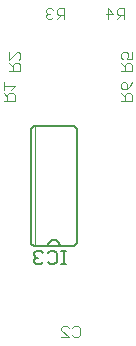
<source format=gbr>
G04 EAGLE Gerber RS-274X export*
G75*
%MOMM*%
%FSLAX34Y34*%
%LPD*%
%INSilkscreen Bottom*%
%IPPOS*%
%AMOC8*
5,1,8,0,0,1.08239X$1,22.5*%
G01*
%ADD10C,0.076200*%
%ADD11C,0.152400*%
%ADD12C,0.050800*%
%ADD13C,0.127000*%


D10*
X145873Y282744D02*
X147441Y284312D01*
X150576Y284312D01*
X152144Y282744D01*
X152144Y276474D01*
X150576Y274906D01*
X147441Y274906D01*
X145873Y276474D01*
X142789Y274906D02*
X136518Y274906D01*
X142789Y274906D02*
X136518Y281177D01*
X136518Y282744D01*
X138086Y284312D01*
X141221Y284312D01*
X142789Y282744D01*
D11*
X149733Y356235D02*
X149733Y450215D01*
X114427Y454025D02*
X114305Y454023D01*
X114183Y454017D01*
X114061Y454007D01*
X113940Y453994D01*
X113819Y453976D01*
X113699Y453955D01*
X113579Y453929D01*
X113461Y453900D01*
X113343Y453868D01*
X113226Y453831D01*
X113111Y453791D01*
X112997Y453747D01*
X112885Y453699D01*
X112774Y453648D01*
X112665Y453593D01*
X112557Y453535D01*
X112452Y453473D01*
X112349Y453408D01*
X112247Y453340D01*
X112148Y453268D01*
X112052Y453194D01*
X111957Y453116D01*
X111866Y453035D01*
X111776Y452952D01*
X111690Y452866D01*
X111607Y452776D01*
X111526Y452685D01*
X111448Y452590D01*
X111374Y452494D01*
X111302Y452395D01*
X111234Y452293D01*
X111169Y452190D01*
X111107Y452085D01*
X111049Y451977D01*
X110994Y451868D01*
X110943Y451757D01*
X110895Y451645D01*
X110851Y451531D01*
X110811Y451416D01*
X110774Y451299D01*
X110742Y451181D01*
X110713Y451063D01*
X110687Y450943D01*
X110666Y450823D01*
X110648Y450702D01*
X110635Y450581D01*
X110625Y450459D01*
X110619Y450337D01*
X110617Y450215D01*
X149733Y356235D02*
X149731Y356113D01*
X149725Y355991D01*
X149715Y355869D01*
X149702Y355748D01*
X149684Y355627D01*
X149663Y355507D01*
X149637Y355387D01*
X149608Y355269D01*
X149576Y355151D01*
X149539Y355034D01*
X149499Y354919D01*
X149455Y354805D01*
X149407Y354693D01*
X149356Y354582D01*
X149301Y354473D01*
X149243Y354365D01*
X149181Y354260D01*
X149116Y354157D01*
X149048Y354055D01*
X148976Y353956D01*
X148902Y353860D01*
X148824Y353765D01*
X148743Y353674D01*
X148660Y353584D01*
X148574Y353498D01*
X148484Y353415D01*
X148393Y353334D01*
X148298Y353256D01*
X148202Y353182D01*
X148103Y353110D01*
X148001Y353042D01*
X147898Y352977D01*
X147793Y352915D01*
X147685Y352857D01*
X147576Y352802D01*
X147465Y352751D01*
X147353Y352703D01*
X147239Y352659D01*
X147124Y352619D01*
X147007Y352582D01*
X146889Y352550D01*
X146771Y352521D01*
X146651Y352495D01*
X146531Y352474D01*
X146410Y352456D01*
X146289Y352443D01*
X146167Y352433D01*
X146045Y352427D01*
X145923Y352425D01*
X149733Y450215D02*
X149731Y450337D01*
X149725Y450459D01*
X149715Y450581D01*
X149702Y450702D01*
X149684Y450823D01*
X149663Y450943D01*
X149637Y451063D01*
X149608Y451181D01*
X149576Y451299D01*
X149539Y451416D01*
X149499Y451531D01*
X149455Y451645D01*
X149407Y451757D01*
X149356Y451868D01*
X149301Y451977D01*
X149243Y452085D01*
X149181Y452190D01*
X149116Y452293D01*
X149048Y452395D01*
X148976Y452494D01*
X148902Y452590D01*
X148824Y452685D01*
X148743Y452776D01*
X148660Y452866D01*
X148574Y452952D01*
X148484Y453035D01*
X148393Y453116D01*
X148298Y453194D01*
X148202Y453268D01*
X148103Y453340D01*
X148001Y453408D01*
X147898Y453473D01*
X147793Y453535D01*
X147685Y453593D01*
X147576Y453648D01*
X147465Y453699D01*
X147353Y453747D01*
X147239Y453791D01*
X147124Y453831D01*
X147007Y453868D01*
X146889Y453900D01*
X146771Y453929D01*
X146651Y453955D01*
X146531Y453976D01*
X146410Y453994D01*
X146289Y454007D01*
X146167Y454017D01*
X146045Y454023D01*
X145923Y454025D01*
X110617Y356235D02*
X110619Y356113D01*
X110625Y355991D01*
X110635Y355869D01*
X110648Y355748D01*
X110666Y355627D01*
X110687Y355507D01*
X110713Y355387D01*
X110742Y355269D01*
X110774Y355151D01*
X110811Y355034D01*
X110851Y354919D01*
X110895Y354805D01*
X110943Y354693D01*
X110994Y354582D01*
X111049Y354473D01*
X111107Y354365D01*
X111169Y354260D01*
X111234Y354157D01*
X111302Y354055D01*
X111374Y353956D01*
X111448Y353860D01*
X111526Y353765D01*
X111607Y353674D01*
X111690Y353584D01*
X111776Y353498D01*
X111866Y353415D01*
X111957Y353334D01*
X112052Y353256D01*
X112148Y353182D01*
X112247Y353110D01*
X112349Y353042D01*
X112452Y352977D01*
X112557Y352915D01*
X112665Y352857D01*
X112774Y352802D01*
X112885Y352751D01*
X112997Y352703D01*
X113111Y352659D01*
X113226Y352619D01*
X113343Y352582D01*
X113461Y352550D01*
X113579Y352521D01*
X113699Y352495D01*
X113819Y352474D01*
X113940Y352456D01*
X114061Y352443D01*
X114183Y352433D01*
X114305Y352427D01*
X114427Y352425D01*
X110617Y356235D02*
X110617Y450215D01*
X114427Y454025D02*
X145923Y454025D01*
X145923Y352425D02*
X135255Y352425D01*
X125095Y352425D01*
X114427Y352425D01*
X125095Y352425D02*
X125097Y352566D01*
X125103Y352707D01*
X125113Y352848D01*
X125126Y352989D01*
X125144Y353129D01*
X125166Y353268D01*
X125191Y353407D01*
X125220Y353546D01*
X125253Y353683D01*
X125290Y353819D01*
X125331Y353954D01*
X125375Y354089D01*
X125423Y354221D01*
X125475Y354353D01*
X125530Y354483D01*
X125589Y354611D01*
X125652Y354738D01*
X125718Y354862D01*
X125787Y354985D01*
X125860Y355106D01*
X125936Y355225D01*
X126016Y355342D01*
X126099Y355456D01*
X126184Y355569D01*
X126273Y355678D01*
X126365Y355786D01*
X126460Y355890D01*
X126558Y355992D01*
X126659Y356091D01*
X126762Y356188D01*
X126868Y356281D01*
X126976Y356371D01*
X127087Y356459D01*
X127200Y356543D01*
X127316Y356624D01*
X127434Y356702D01*
X127554Y356777D01*
X127676Y356848D01*
X127800Y356916D01*
X127926Y356980D01*
X128053Y357041D01*
X128182Y357098D01*
X128313Y357151D01*
X128445Y357201D01*
X128578Y357248D01*
X128713Y357290D01*
X128849Y357329D01*
X128986Y357364D01*
X129123Y357395D01*
X129262Y357422D01*
X129401Y357446D01*
X129541Y357465D01*
X129681Y357481D01*
X129822Y357493D01*
X129963Y357501D01*
X130104Y357505D01*
X130246Y357505D01*
X130387Y357501D01*
X130528Y357493D01*
X130669Y357481D01*
X130809Y357465D01*
X130949Y357446D01*
X131088Y357422D01*
X131227Y357395D01*
X131364Y357364D01*
X131501Y357329D01*
X131637Y357290D01*
X131772Y357248D01*
X131905Y357201D01*
X132037Y357151D01*
X132168Y357098D01*
X132297Y357041D01*
X132424Y356980D01*
X132550Y356916D01*
X132674Y356848D01*
X132796Y356777D01*
X132916Y356702D01*
X133034Y356624D01*
X133150Y356543D01*
X133263Y356459D01*
X133374Y356371D01*
X133482Y356281D01*
X133588Y356188D01*
X133691Y356091D01*
X133792Y355992D01*
X133890Y355890D01*
X133985Y355786D01*
X134077Y355678D01*
X134166Y355569D01*
X134251Y355456D01*
X134334Y355342D01*
X134414Y355225D01*
X134490Y355106D01*
X134563Y354985D01*
X134632Y354862D01*
X134698Y354738D01*
X134761Y354611D01*
X134820Y354483D01*
X134875Y354353D01*
X134927Y354221D01*
X134975Y354089D01*
X135019Y353954D01*
X135060Y353819D01*
X135097Y353683D01*
X135130Y353546D01*
X135159Y353407D01*
X135184Y353268D01*
X135206Y353129D01*
X135224Y352989D01*
X135237Y352848D01*
X135247Y352707D01*
X135253Y352566D01*
X135255Y352425D01*
D12*
X114173Y352425D02*
X114173Y454025D01*
D13*
X136591Y336550D02*
X140404Y336550D01*
X138497Y336550D02*
X138497Y347990D01*
X136591Y347990D02*
X140404Y347990D01*
X126888Y347990D02*
X124982Y346083D01*
X126888Y347990D02*
X130701Y347990D01*
X132608Y346083D01*
X132608Y338457D01*
X130701Y336550D01*
X126888Y336550D01*
X124982Y338457D01*
X120914Y346083D02*
X119007Y347990D01*
X115194Y347990D01*
X113288Y346083D01*
X113288Y344177D01*
X115194Y342270D01*
X117101Y342270D01*
X115194Y342270D02*
X113288Y340363D01*
X113288Y338457D01*
X115194Y336550D01*
X119007Y336550D01*
X120914Y338457D01*
D10*
X97100Y475044D02*
X87694Y475044D01*
X97100Y475044D02*
X97100Y479747D01*
X95532Y481314D01*
X92397Y481314D01*
X90829Y479747D01*
X90829Y475044D01*
X90829Y478179D02*
X87694Y481314D01*
X93964Y484399D02*
X97100Y487534D01*
X87694Y487534D01*
X87694Y484399D02*
X87694Y490669D01*
X92456Y500444D02*
X101862Y500444D01*
X101862Y505147D01*
X100294Y506714D01*
X97159Y506714D01*
X95591Y505147D01*
X95591Y500444D01*
X95591Y503579D02*
X92456Y506714D01*
X92456Y509799D02*
X92456Y516069D01*
X92456Y509799D02*
X98727Y516069D01*
X100294Y516069D01*
X101862Y514502D01*
X101862Y511366D01*
X100294Y509799D01*
X138979Y544259D02*
X138979Y553665D01*
X134276Y553665D01*
X132709Y552097D01*
X132709Y548962D01*
X134276Y547394D01*
X138979Y547394D01*
X135844Y547394D02*
X132709Y544259D01*
X129624Y552097D02*
X128057Y553665D01*
X124921Y553665D01*
X123354Y552097D01*
X123354Y550529D01*
X124921Y548962D01*
X126489Y548962D01*
X124921Y548962D02*
X123354Y547394D01*
X123354Y545826D01*
X124921Y544259D01*
X128057Y544259D01*
X129624Y545826D01*
X189779Y544259D02*
X189779Y553665D01*
X185076Y553665D01*
X183509Y552097D01*
X183509Y548962D01*
X185076Y547394D01*
X189779Y547394D01*
X186644Y547394D02*
X183509Y544259D01*
X175721Y544259D02*
X175721Y553665D01*
X180424Y548962D01*
X174154Y548962D01*
X187071Y500783D02*
X196477Y500783D01*
X196477Y505486D01*
X194909Y507054D01*
X191774Y507054D01*
X190206Y505486D01*
X190206Y500783D01*
X190206Y503918D02*
X187071Y507054D01*
X196477Y510138D02*
X196477Y516409D01*
X196477Y510138D02*
X191774Y510138D01*
X193342Y513274D01*
X193342Y514841D01*
X191774Y516409D01*
X188639Y516409D01*
X187071Y514841D01*
X187071Y511706D01*
X188639Y510138D01*
X187071Y475383D02*
X196477Y475383D01*
X196477Y480086D01*
X194909Y481654D01*
X191774Y481654D01*
X190206Y480086D01*
X190206Y475383D01*
X190206Y478518D02*
X187071Y481654D01*
X194909Y487874D02*
X196477Y491009D01*
X194909Y487874D02*
X191774Y484738D01*
X188639Y484738D01*
X187071Y486306D01*
X187071Y489441D01*
X188639Y491009D01*
X190206Y491009D01*
X191774Y489441D01*
X191774Y484738D01*
M02*

</source>
